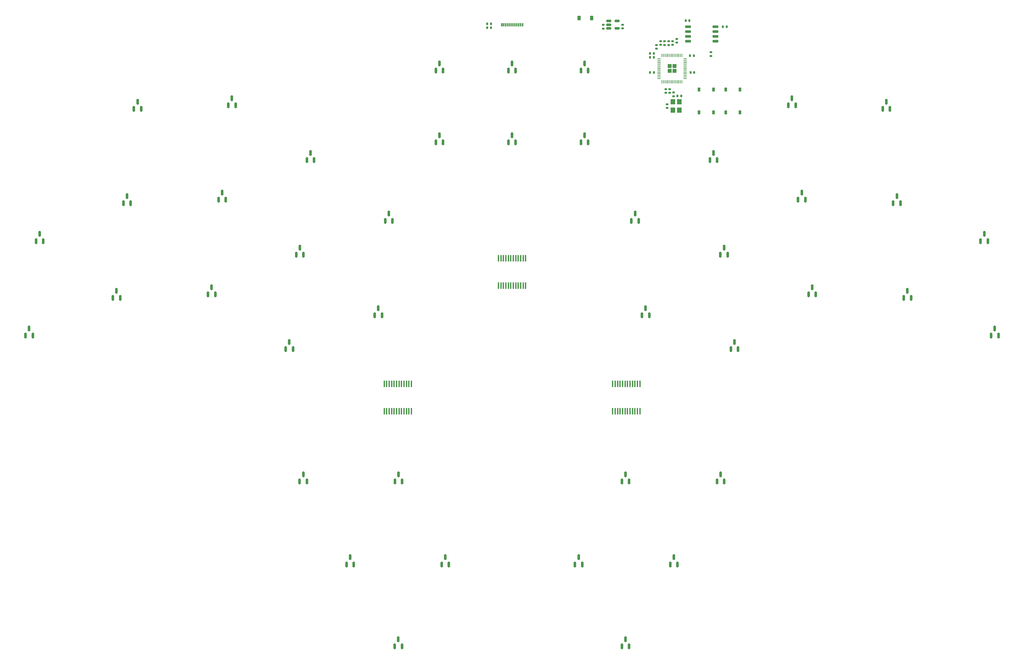
<source format=gbr>
%TF.GenerationSoftware,KiCad,Pcbnew,(7.0.0)*%
%TF.CreationDate,2024-07-28T23:05:56-04:00*%
%TF.ProjectId,ZBox3-0,5a426f78-332d-4302-9e6b-696361645f70,rev?*%
%TF.SameCoordinates,Original*%
%TF.FileFunction,Paste,Bot*%
%TF.FilePolarity,Positive*%
%FSLAX46Y46*%
G04 Gerber Fmt 4.6, Leading zero omitted, Abs format (unit mm)*
G04 Created by KiCad (PCBNEW (7.0.0)) date 2024-07-28 23:05:56*
%MOMM*%
%LPD*%
G01*
G04 APERTURE LIST*
G04 Aperture macros list*
%AMRoundRect*
0 Rectangle with rounded corners*
0 $1 Rounding radius*
0 $2 $3 $4 $5 $6 $7 $8 $9 X,Y pos of 4 corners*
0 Add a 4 corners polygon primitive as box body*
4,1,4,$2,$3,$4,$5,$6,$7,$8,$9,$2,$3,0*
0 Add four circle primitives for the rounded corners*
1,1,$1+$1,$2,$3*
1,1,$1+$1,$4,$5*
1,1,$1+$1,$6,$7*
1,1,$1+$1,$8,$9*
0 Add four rect primitives between the rounded corners*
20,1,$1+$1,$2,$3,$4,$5,0*
20,1,$1+$1,$4,$5,$6,$7,0*
20,1,$1+$1,$6,$7,$8,$9,0*
20,1,$1+$1,$8,$9,$2,$3,0*%
G04 Aperture macros list end*
%ADD10RoundRect,0.140000X0.170000X-0.140000X0.170000X0.140000X-0.170000X0.140000X-0.170000X-0.140000X0*%
%ADD11RoundRect,0.140000X0.140000X0.170000X-0.140000X0.170000X-0.140000X-0.170000X0.140000X-0.170000X0*%
%ADD12R,0.450000X1.750000*%
%ADD13RoundRect,0.140000X-0.140000X-0.170000X0.140000X-0.170000X0.140000X0.170000X-0.140000X0.170000X0*%
%ADD14RoundRect,0.150000X0.150000X-0.587500X0.150000X0.587500X-0.150000X0.587500X-0.150000X-0.587500X0*%
%ADD15R,1.200000X1.400000*%
%ADD16RoundRect,0.150000X0.650000X0.150000X-0.650000X0.150000X-0.650000X-0.150000X0.650000X-0.150000X0*%
%ADD17RoundRect,0.140000X-0.170000X0.140000X-0.170000X-0.140000X0.170000X-0.140000X0.170000X0.140000X0*%
%ADD18R,0.750000X1.000000*%
%ADD19RoundRect,0.135000X-0.185000X0.135000X-0.185000X-0.135000X0.185000X-0.135000X0.185000X0.135000X0*%
%ADD20RoundRect,0.135000X0.135000X0.185000X-0.135000X0.185000X-0.135000X-0.185000X0.135000X-0.185000X0*%
%ADD21RoundRect,0.135000X0.185000X-0.135000X0.185000X0.135000X-0.185000X0.135000X-0.185000X-0.135000X0*%
%ADD22RoundRect,0.250000X0.292217X0.292217X-0.292217X0.292217X-0.292217X-0.292217X0.292217X-0.292217X0*%
%ADD23RoundRect,0.050000X0.387500X0.050000X-0.387500X0.050000X-0.387500X-0.050000X0.387500X-0.050000X0*%
%ADD24RoundRect,0.050000X0.050000X0.387500X-0.050000X0.387500X-0.050000X-0.387500X0.050000X-0.387500X0*%
%ADD25R,0.300000X0.900000*%
%ADD26RoundRect,0.225000X0.225000X0.375000X-0.225000X0.375000X-0.225000X-0.375000X0.225000X-0.375000X0*%
%ADD27RoundRect,0.150000X-0.512500X-0.150000X0.512500X-0.150000X0.512500X0.150000X-0.512500X0.150000X0*%
G04 APERTURE END LIST*
D10*
%TO.C,C1*%
X233250000Y-57680000D03*
X233250000Y-56720000D03*
%TD*%
D11*
%TO.C,C15*%
X234430000Y-71700000D03*
X233470000Y-71700000D03*
%TD*%
D12*
%TO.C,AM2*%
X186424999Y-114399999D03*
X187074999Y-114399999D03*
X187724999Y-114399999D03*
X188374999Y-114399999D03*
X189024999Y-114399999D03*
X189674999Y-114399999D03*
X190324999Y-114399999D03*
X190974999Y-114399999D03*
X191624999Y-114399999D03*
X192274999Y-114399999D03*
X192924999Y-114399999D03*
X193574999Y-114399999D03*
X193574999Y-121599999D03*
X192924999Y-121599999D03*
X192274999Y-121599999D03*
X191624999Y-121599999D03*
X190974999Y-121599999D03*
X190324999Y-121599999D03*
X189674999Y-121599999D03*
X189024999Y-121599999D03*
X188374999Y-121599999D03*
X187724999Y-121599999D03*
X187074999Y-121599999D03*
X186424999Y-121599999D03*
%TD*%
D13*
%TO.C,C5*%
X236770000Y-61100000D03*
X237730000Y-61100000D03*
%TD*%
D14*
%TO.C,K40*%
X171909000Y-83885500D03*
X170009000Y-83885500D03*
X170959000Y-82010500D03*
%TD*%
%TO.C,K36*%
X226026000Y-129370500D03*
X224126000Y-129370500D03*
X225076000Y-127495500D03*
%TD*%
D15*
%TO.C,Y1*%
X233949999Y-73249999D03*
X233949999Y-75449999D03*
X232249999Y-75449999D03*
X232249999Y-73249999D03*
%TD*%
D14*
%TO.C,K6*%
X87092000Y-124775500D03*
X85192000Y-124775500D03*
X86142000Y-122900500D03*
%TD*%
D12*
%TO.C,AM1*%
X156424999Y-147399999D03*
X157074999Y-147399999D03*
X157724999Y-147399999D03*
X158374999Y-147399999D03*
X159024999Y-147399999D03*
X159674999Y-147399999D03*
X160324999Y-147399999D03*
X160974999Y-147399999D03*
X161624999Y-147399999D03*
X162274999Y-147399999D03*
X162924999Y-147399999D03*
X163574999Y-147399999D03*
X163574999Y-154599999D03*
X162924999Y-154599999D03*
X162274999Y-154599999D03*
X161624999Y-154599999D03*
X160974999Y-154599999D03*
X160324999Y-154599999D03*
X159674999Y-154599999D03*
X159024999Y-154599999D03*
X158374999Y-154599999D03*
X157724999Y-154599999D03*
X157074999Y-154599999D03*
X156424999Y-154599999D03*
%TD*%
D14*
%TO.C,K28*%
X246621000Y-113429500D03*
X244721000Y-113429500D03*
X245671000Y-111554500D03*
%TD*%
%TO.C,K33*%
X264464000Y-74137500D03*
X262564000Y-74137500D03*
X263514000Y-72262500D03*
%TD*%
%TO.C,K12*%
X158604000Y-104523500D03*
X156704000Y-104523500D03*
X157654000Y-102648500D03*
%TD*%
D16*
%TO.C,U6*%
X243400000Y-53495000D03*
X243400000Y-54765000D03*
X243400000Y-56035000D03*
X243400000Y-57305000D03*
X236200000Y-57305000D03*
X236200000Y-56035000D03*
X236200000Y-54765000D03*
X236200000Y-53495000D03*
%TD*%
D11*
%TO.C,C6*%
X227230000Y-65500000D03*
X226270000Y-65500000D03*
%TD*%
D14*
%TO.C,K35*%
X223261000Y-104523500D03*
X221361000Y-104523500D03*
X222311000Y-102648500D03*
%TD*%
%TO.C,K25*%
X269790000Y-123830500D03*
X267890000Y-123830500D03*
X268840000Y-121955500D03*
%TD*%
D17*
%TO.C,C3*%
X230400000Y-69920000D03*
X230400000Y-70880000D03*
%TD*%
D18*
%TO.C,SW2*%
X246124999Y-69999999D03*
X246124999Y-75999999D03*
X249874999Y-69999999D03*
X249874999Y-75999999D03*
%TD*%
D19*
%TO.C,R3*%
X231150000Y-57290000D03*
X231150000Y-58310000D03*
%TD*%
D14*
%TO.C,K19*%
X208432000Y-194852500D03*
X206532000Y-194852500D03*
X207482000Y-192977500D03*
%TD*%
%TO.C,K4*%
X135244000Y-113429500D03*
X133344000Y-113429500D03*
X134294000Y-111554500D03*
%TD*%
D19*
%TO.C,R5*%
X242200000Y-60190000D03*
X242200000Y-61210000D03*
%TD*%
D14*
%TO.C,K20*%
X220770000Y-216408500D03*
X218870000Y-216408500D03*
X219820000Y-214533500D03*
%TD*%
D11*
%TO.C,C14*%
X236580000Y-51900000D03*
X235620000Y-51900000D03*
%TD*%
%TO.C,C10*%
X227230000Y-61550000D03*
X226270000Y-61550000D03*
%TD*%
D10*
%TO.C,C12*%
X213950000Y-53980000D03*
X213950000Y-53020000D03*
%TD*%
D14*
%TO.C,K11*%
X138008000Y-88582500D03*
X136108000Y-88582500D03*
X137058000Y-86707500D03*
%TD*%
D20*
%TO.C,R2*%
X184520000Y-52750000D03*
X183500000Y-52750000D03*
%TD*%
D12*
%TO.C,AM3*%
X216424999Y-147399999D03*
X217074999Y-147399999D03*
X217724999Y-147399999D03*
X218374999Y-147399999D03*
X219024999Y-147399999D03*
X219674999Y-147399999D03*
X220324999Y-147399999D03*
X220974999Y-147399999D03*
X221624999Y-147399999D03*
X222274999Y-147399999D03*
X222924999Y-147399999D03*
X223574999Y-147399999D03*
X223574999Y-154599999D03*
X222924999Y-154599999D03*
X222274999Y-154599999D03*
X221624999Y-154599999D03*
X220974999Y-154599999D03*
X220324999Y-154599999D03*
X219674999Y-154599999D03*
X219024999Y-154599999D03*
X218374999Y-154599999D03*
X217724999Y-154599999D03*
X217074999Y-154599999D03*
X216424999Y-154599999D03*
%TD*%
D14*
%TO.C,K37*%
X171909000Y-64991500D03*
X170009000Y-64991500D03*
X170959000Y-63116500D03*
%TD*%
%TO.C,K21*%
X233432000Y-194852500D03*
X231532000Y-194852500D03*
X232482000Y-192977500D03*
%TD*%
D10*
%TO.C,C13*%
X219050000Y-53960000D03*
X219050000Y-53000000D03*
%TD*%
D14*
%TO.C,K15*%
X161138000Y-173084500D03*
X159238000Y-173084500D03*
X160188000Y-171209500D03*
%TD*%
D13*
%TO.C,C7*%
X236870000Y-65500000D03*
X237830000Y-65500000D03*
%TD*%
D14*
%TO.C,K41*%
X190950000Y-83885500D03*
X189050000Y-83885500D03*
X190000000Y-82010500D03*
%TD*%
D21*
%TO.C,R7*%
X232450000Y-71760000D03*
X232450000Y-70740000D03*
%TD*%
D14*
%TO.C,K7*%
X112075000Y-123830500D03*
X110175000Y-123830500D03*
X111125000Y-121955500D03*
%TD*%
%TO.C,K27*%
X317718000Y-134698500D03*
X315818000Y-134698500D03*
X316768000Y-132823500D03*
%TD*%
%TO.C,K42*%
X209992000Y-83885500D03*
X208092000Y-83885500D03*
X209042000Y-82010500D03*
%TD*%
%TO.C,K22*%
X220727000Y-173084500D03*
X218827000Y-173084500D03*
X219777000Y-171209500D03*
%TD*%
%TO.C,K29*%
X267025000Y-98984500D03*
X265125000Y-98984500D03*
X266075000Y-97109500D03*
%TD*%
%TO.C,K18*%
X161094000Y-216408500D03*
X159194000Y-216408500D03*
X160144000Y-214533500D03*
%TD*%
%TO.C,K14*%
X136138000Y-173084500D03*
X134238000Y-173084500D03*
X135188000Y-171209500D03*
%TD*%
%TO.C,K5*%
X64146000Y-134698500D03*
X62246000Y-134698500D03*
X63196000Y-132823500D03*
%TD*%
%TO.C,K2*%
X89857000Y-99928500D03*
X87957000Y-99928500D03*
X88907000Y-98053500D03*
%TD*%
D20*
%TO.C,R1*%
X184510000Y-53750000D03*
X183490000Y-53750000D03*
%TD*%
D22*
%TO.C,U2*%
X232637500Y-65137500D03*
X232637500Y-63862500D03*
X231362500Y-65137500D03*
X231362500Y-63862500D03*
D23*
X235437500Y-61900000D03*
X235437500Y-62300000D03*
X235437500Y-62700000D03*
X235437500Y-63100000D03*
X235437500Y-63500000D03*
X235437500Y-63900000D03*
X235437500Y-64300000D03*
X235437500Y-64700000D03*
X235437500Y-65100000D03*
X235437500Y-65500000D03*
X235437500Y-65900000D03*
X235437500Y-66300000D03*
X235437500Y-66700000D03*
X235437500Y-67100000D03*
D24*
X234600000Y-67937500D03*
X234200000Y-67937500D03*
X233800000Y-67937500D03*
X233400000Y-67937500D03*
X233000000Y-67937500D03*
X232600000Y-67937500D03*
X232200000Y-67937500D03*
X231800000Y-67937500D03*
X231400000Y-67937500D03*
X231000000Y-67937500D03*
X230600000Y-67937500D03*
X230200000Y-67937500D03*
X229800000Y-67937500D03*
X229400000Y-67937500D03*
D23*
X228562500Y-67100000D03*
X228562500Y-66700000D03*
X228562500Y-66300000D03*
X228562500Y-65900000D03*
X228562500Y-65500000D03*
X228562500Y-65100000D03*
X228562500Y-64700000D03*
X228562500Y-64300000D03*
X228562500Y-63900000D03*
X228562500Y-63500000D03*
X228562500Y-63100000D03*
X228562500Y-62700000D03*
X228562500Y-62300000D03*
X228562500Y-61900000D03*
D24*
X229400000Y-61062500D03*
X229800000Y-61062500D03*
X230200000Y-61062500D03*
X230600000Y-61062500D03*
X231000000Y-61062500D03*
X231400000Y-61062500D03*
X231800000Y-61062500D03*
X232200000Y-61062500D03*
X232600000Y-61062500D03*
X233000000Y-61062500D03*
X233400000Y-61062500D03*
X233800000Y-61062500D03*
X234200000Y-61062500D03*
X234600000Y-61062500D03*
%TD*%
D17*
%TO.C,C16*%
X230750000Y-73870000D03*
X230750000Y-74830000D03*
%TD*%
D25*
%TO.C,J5*%
X187249999Y-52999999D03*
X187749999Y-52999999D03*
X188249999Y-52999999D03*
X188749999Y-52999999D03*
X189249999Y-52999999D03*
X189749999Y-52999999D03*
X190249999Y-52999999D03*
X190749999Y-52999999D03*
X191249999Y-52999999D03*
X191749999Y-52999999D03*
X192249999Y-52999999D03*
X192749999Y-52999999D03*
%TD*%
D14*
%TO.C,K34*%
X243857000Y-88582500D03*
X241957000Y-88582500D03*
X242907000Y-86707500D03*
%TD*%
%TO.C,K31*%
X314953000Y-109851500D03*
X313053000Y-109851500D03*
X314003000Y-107976500D03*
%TD*%
%TO.C,K24*%
X249386000Y-138276500D03*
X247486000Y-138276500D03*
X248436000Y-136401500D03*
%TD*%
D19*
%TO.C,R4*%
X230070000Y-57290000D03*
X230070000Y-58310000D03*
%TD*%
D17*
%TO.C,C9*%
X231430000Y-69920000D03*
X231430000Y-70880000D03*
%TD*%
D14*
%TO.C,K26*%
X294772000Y-124775500D03*
X292872000Y-124775500D03*
X293822000Y-122900500D03*
%TD*%
%TO.C,K8*%
X132479000Y-138276500D03*
X130579000Y-138276500D03*
X131529000Y-136401500D03*
%TD*%
D10*
%TO.C,C4*%
X232200000Y-58280000D03*
X232200000Y-57320000D03*
%TD*%
D14*
%TO.C,K23*%
X245727000Y-173084500D03*
X243827000Y-173084500D03*
X244777000Y-171209500D03*
%TD*%
D11*
%TO.C,C11*%
X227230000Y-60500000D03*
X226270000Y-60500000D03*
%TD*%
D14*
%TO.C,K39*%
X209992000Y-64991500D03*
X208092000Y-64991500D03*
X209042000Y-63116500D03*
%TD*%
D20*
%TO.C,R6*%
X246360000Y-53500000D03*
X245340000Y-53500000D03*
%TD*%
D10*
%TO.C,C8*%
X227950000Y-59280000D03*
X227950000Y-58320000D03*
%TD*%
D18*
%TO.C,SW1*%
X242874999Y-75999999D03*
X242874999Y-69999999D03*
X239124999Y-75999999D03*
X239124999Y-69999999D03*
%TD*%
D14*
%TO.C,K3*%
X114840000Y-98984500D03*
X112940000Y-98984500D03*
X113890000Y-97109500D03*
%TD*%
%TO.C,K10*%
X117400000Y-74137500D03*
X115500000Y-74137500D03*
X116450000Y-72262500D03*
%TD*%
%TO.C,K9*%
X92621000Y-75082500D03*
X90721000Y-75082500D03*
X91671000Y-73207500D03*
%TD*%
%TO.C,K17*%
X173433000Y-194852500D03*
X171533000Y-194852500D03*
X172483000Y-192977500D03*
%TD*%
D26*
%TO.C,D43*%
X210900000Y-51250000D03*
X207600000Y-51250000D03*
%TD*%
D27*
%TO.C,U5*%
X215362500Y-53900000D03*
X215362500Y-52950000D03*
X215362500Y-52000000D03*
X217637500Y-52000000D03*
X217637500Y-53900000D03*
%TD*%
D10*
%TO.C,C2*%
X229000000Y-58280000D03*
X229000000Y-57320000D03*
%TD*%
D14*
%TO.C,K32*%
X289243000Y-75082500D03*
X287343000Y-75082500D03*
X288293000Y-73207500D03*
%TD*%
%TO.C,K38*%
X190950000Y-64991500D03*
X189050000Y-64991500D03*
X190000000Y-63116500D03*
%TD*%
%TO.C,K30*%
X292007000Y-99928500D03*
X290107000Y-99928500D03*
X291057000Y-98053500D03*
%TD*%
%TO.C,K16*%
X148433000Y-194852500D03*
X146533000Y-194852500D03*
X147483000Y-192977500D03*
%TD*%
%TO.C,K1*%
X66911000Y-109851500D03*
X65011000Y-109851500D03*
X65961000Y-107976500D03*
%TD*%
%TO.C,K13*%
X155839000Y-129370500D03*
X153939000Y-129370500D03*
X154889000Y-127495500D03*
%TD*%
M02*

</source>
